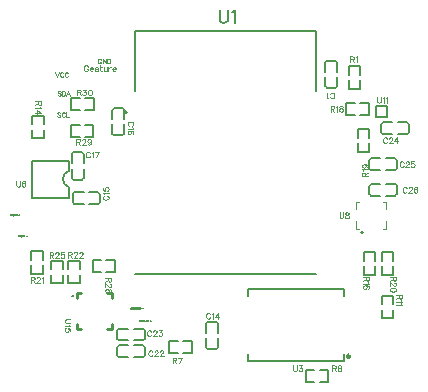
<source format=gto>
G04 Layer: TopSilkscreenLayer*
G04 EasyEDA v6.4.31, 2022-02-15 11:42:09*
G04 cf861d6554b0406c859822548a314204,c17a8ced473b4d519dda31697e0e54b6,10*
G04 Gerber Generator version 0.2*
G04 Scale: 100 percent, Rotated: No, Reflected: No *
G04 Dimensions in inches *
G04 leading zeros omitted , absolute positions ,3 integer and 6 decimal *
%FSLAX36Y36*%
%MOIN*%

%ADD11C,0.0100*%
%ADD18C,0.0098*%
%ADD72C,0.0060*%
%ADD73C,0.0059*%
%ADD74C,0.0050*%
%ADD75C,0.0039*%
%ADD76C,0.0079*%
%ADD77C,0.0010*%
%ADD78C,0.0040*%

%LPD*%
D75*
X24599Y516500D02*
G01*
X30299Y501399D01*
X36099Y516500D02*
G01*
X30299Y501399D01*
X51499Y512899D02*
G01*
X50799Y514299D01*
X49399Y515700D01*
X47899Y516500D01*
X45099Y516500D01*
X43599Y515700D01*
X42199Y514299D01*
X41499Y512899D01*
X40799Y510700D01*
X40799Y507199D01*
X41499Y505000D01*
X42199Y503600D01*
X43599Y502100D01*
X45099Y501399D01*
X47899Y501399D01*
X49399Y502100D01*
X50799Y503600D01*
X51499Y505000D01*
X66999Y512899D02*
G01*
X66299Y514299D01*
X64799Y515700D01*
X63399Y516500D01*
X60499Y516500D01*
X59099Y515700D01*
X57699Y514299D01*
X56999Y512899D01*
X56199Y510700D01*
X56199Y507199D01*
X56999Y505000D01*
X57699Y503600D01*
X59099Y502100D01*
X60499Y501399D01*
X63399Y501399D01*
X64799Y502100D01*
X66299Y503600D01*
X66999Y505000D01*
X177489Y558460D02*
G01*
X176789Y559859D01*
X175389Y561260D01*
X173989Y561959D01*
X171089Y561959D01*
X169689Y561260D01*
X168189Y559859D01*
X167489Y558460D01*
X166789Y556260D01*
X166789Y552660D01*
X167489Y550560D01*
X168189Y549160D01*
X169689Y547660D01*
X171089Y546959D01*
X173989Y546959D01*
X175389Y547660D01*
X176789Y549160D01*
X177489Y550560D01*
X177489Y552660D01*
X173989Y552660D02*
G01*
X177489Y552660D01*
X182289Y561959D02*
G01*
X182289Y546959D01*
X182289Y561959D02*
G01*
X192289Y546959D01*
X192289Y561959D02*
G01*
X192289Y546959D01*
X196989Y561959D02*
G01*
X196989Y546959D01*
X196989Y561959D02*
G01*
X201989Y561959D01*
X204189Y561260D01*
X205589Y559859D01*
X206289Y558460D01*
X206989Y556260D01*
X206989Y552660D01*
X206289Y550560D01*
X205589Y549160D01*
X204189Y547660D01*
X201989Y546959D01*
X196989Y546959D01*
X42500Y452199D02*
G01*
X41099Y453699D01*
X38899Y454400D01*
X36099Y454400D01*
X33899Y453699D01*
X32500Y452199D01*
X32500Y450799D01*
X33199Y449400D01*
X33899Y448699D01*
X35399Y447899D01*
X39699Y446500D01*
X41099Y445799D01*
X41799Y445100D01*
X42500Y443699D01*
X42500Y441500D01*
X41099Y440100D01*
X38899Y439400D01*
X36099Y439400D01*
X33899Y440100D01*
X32500Y441500D01*
X47199Y454400D02*
G01*
X47199Y439400D01*
X47199Y454400D02*
G01*
X52299Y454400D01*
X54399Y453699D01*
X55799Y452199D01*
X56599Y450799D01*
X57299Y448699D01*
X57299Y445100D01*
X56599Y442899D01*
X55799Y441500D01*
X54399Y440100D01*
X52299Y439400D01*
X47199Y439400D01*
X67699Y454400D02*
G01*
X61999Y439400D01*
X67699Y454400D02*
G01*
X73399Y439400D01*
X64099Y444400D02*
G01*
X71299Y444400D01*
X41499Y381199D02*
G01*
X40099Y382699D01*
X37899Y383400D01*
X35099Y383400D01*
X32899Y382699D01*
X31499Y381199D01*
X31499Y379800D01*
X32199Y378400D01*
X32899Y377699D01*
X34399Y376900D01*
X38699Y375500D01*
X40099Y374800D01*
X40799Y374099D01*
X41499Y372699D01*
X41499Y370500D01*
X40099Y369099D01*
X37899Y368400D01*
X35099Y368400D01*
X32899Y369099D01*
X31499Y370500D01*
X56999Y379800D02*
G01*
X56299Y381199D01*
X54799Y382699D01*
X53399Y383400D01*
X50499Y383400D01*
X49099Y382699D01*
X47699Y381199D01*
X46999Y379800D01*
X46199Y377699D01*
X46199Y374099D01*
X46999Y371900D01*
X47699Y370500D01*
X49099Y369099D01*
X50499Y368400D01*
X53399Y368400D01*
X54799Y369099D01*
X56299Y370500D01*
X56999Y371900D01*
X61699Y383400D02*
G01*
X61699Y368400D01*
X61699Y368400D02*
G01*
X70299Y368400D01*
D77*
X306199Y-309400D02*
G01*
X305699Y-309000D01*
X305000Y-308800D01*
X304099Y-308800D01*
X303499Y-309000D01*
X302999Y-309400D01*
X302999Y-309899D01*
X303199Y-310300D01*
X303499Y-310599D01*
X303899Y-310799D01*
X305299Y-311300D01*
X305699Y-311500D01*
X305999Y-311700D01*
X306199Y-312199D01*
X306199Y-312800D01*
X305699Y-313299D01*
X305000Y-313499D01*
X304099Y-313499D01*
X303499Y-313299D01*
X302999Y-312800D01*
X307699Y-308800D02*
G01*
X307699Y-313499D01*
X307699Y-308800D02*
G01*
X309699Y-308800D01*
X310399Y-309000D01*
X310599Y-309200D01*
X310899Y-309699D01*
X310899Y-310300D01*
X310599Y-310799D01*
X310399Y-310999D01*
X309699Y-311300D01*
X307699Y-311300D01*
X312399Y-308800D02*
G01*
X312399Y-313499D01*
X312399Y-308800D02*
G01*
X315299Y-308800D01*
X312399Y-310999D02*
G01*
X314199Y-310999D01*
X312399Y-313499D02*
G01*
X315299Y-313499D01*
X318599Y-308800D02*
G01*
X316799Y-313499D01*
X318599Y-308800D02*
G01*
X320499Y-313499D01*
X317500Y-311900D02*
G01*
X319799Y-311900D01*
X321999Y-308800D02*
G01*
X321999Y-313499D01*
X325099Y-308800D02*
G01*
X321999Y-311900D01*
X323099Y-310799D02*
G01*
X325099Y-313499D01*
X326599Y-308800D02*
G01*
X326599Y-313499D01*
X326599Y-308800D02*
G01*
X329599Y-308800D01*
X326599Y-310999D02*
G01*
X328499Y-310999D01*
X326599Y-313499D02*
G01*
X329599Y-313499D01*
X331099Y-308800D02*
G01*
X331099Y-313499D01*
X331099Y-308800D02*
G01*
X333099Y-308800D01*
X333799Y-309000D01*
X333999Y-309200D01*
X334299Y-309699D01*
X334299Y-310100D01*
X333999Y-310599D01*
X333799Y-310799D01*
X333099Y-310999D01*
X331099Y-310999D01*
X332699Y-310999D02*
G01*
X334299Y-313499D01*
X341299Y-309400D02*
G01*
X341299Y-313499D01*
X339299Y-311500D02*
G01*
X343399Y-311500D01*
X278299Y-267399D02*
G01*
X277799Y-266999D01*
X277099Y-266799D01*
X276199Y-266799D01*
X275599Y-266999D01*
X275099Y-267399D01*
X275099Y-267899D01*
X275299Y-268299D01*
X275599Y-268600D01*
X275999Y-268800D01*
X277399Y-269299D01*
X277799Y-269499D01*
X278099Y-269699D01*
X278299Y-270199D01*
X278299Y-270799D01*
X277799Y-271300D01*
X277099Y-271500D01*
X276199Y-271500D01*
X275599Y-271300D01*
X275099Y-270799D01*
X279799Y-266799D02*
G01*
X279799Y-271500D01*
X279799Y-266799D02*
G01*
X281799Y-266799D01*
X282500Y-266999D01*
X282699Y-267199D01*
X282999Y-267699D01*
X282999Y-268299D01*
X282699Y-268800D01*
X282500Y-269000D01*
X281799Y-269299D01*
X279799Y-269299D01*
X284499Y-266799D02*
G01*
X284499Y-271500D01*
X284499Y-266799D02*
G01*
X287399Y-266799D01*
X284499Y-269000D02*
G01*
X286299Y-269000D01*
X284499Y-271500D02*
G01*
X287399Y-271500D01*
X290699Y-266799D02*
G01*
X288899Y-271500D01*
X290699Y-266799D02*
G01*
X292599Y-271500D01*
X289599Y-269899D02*
G01*
X291899Y-269899D01*
X294099Y-266799D02*
G01*
X294099Y-271500D01*
X297199Y-266799D02*
G01*
X294099Y-269899D01*
X295199Y-268800D02*
G01*
X297199Y-271500D01*
X298699Y-266799D02*
G01*
X298699Y-271500D01*
X298699Y-266799D02*
G01*
X301699Y-266799D01*
X298699Y-269000D02*
G01*
X300599Y-269000D01*
X298699Y-271500D02*
G01*
X301699Y-271500D01*
X303199Y-266799D02*
G01*
X303199Y-271500D01*
X303199Y-266799D02*
G01*
X305199Y-266799D01*
X305899Y-266999D01*
X306099Y-267199D01*
X306399Y-267699D01*
X306399Y-268099D01*
X306099Y-268600D01*
X305899Y-268800D01*
X305199Y-269000D01*
X303199Y-269000D01*
X304799Y-269000D02*
G01*
X306399Y-271500D01*
X311399Y-269499D02*
G01*
X315499Y-269499D01*
X-125000Y45000D02*
G01*
X-125000Y40300D01*
X-121800Y45000D02*
G01*
X-121800Y40300D01*
X-125000Y42800D02*
G01*
X-121800Y42800D01*
X-117600Y43499D02*
G01*
X-117600Y40300D01*
X-117600Y42800D02*
G01*
X-118000Y43200D01*
X-118500Y43499D01*
X-119200Y43499D01*
X-119600Y43200D01*
X-120100Y42800D01*
X-120300Y42100D01*
X-120300Y41599D01*
X-120100Y40999D01*
X-119600Y40500D01*
X-119200Y40300D01*
X-118500Y40300D01*
X-118000Y40500D01*
X-117600Y40999D01*
X-116100Y43499D02*
G01*
X-116100Y38699D01*
X-116100Y42800D02*
G01*
X-115600Y43200D01*
X-115200Y43499D01*
X-114500Y43499D01*
X-114000Y43200D01*
X-113600Y42800D01*
X-113400Y42100D01*
X-113400Y41599D01*
X-113600Y40999D01*
X-114000Y40500D01*
X-114500Y40300D01*
X-115200Y40300D01*
X-115600Y40500D01*
X-116100Y40999D01*
X-111200Y45000D02*
G01*
X-111200Y41199D01*
X-111000Y40500D01*
X-110500Y40300D01*
X-110000Y40300D01*
X-111900Y43499D02*
G01*
X-110300Y43499D01*
X-108500Y45000D02*
G01*
X-108300Y44800D01*
X-108100Y45000D01*
X-108300Y45300D01*
X-108500Y45000D01*
X-108300Y43499D02*
G01*
X-108300Y40300D01*
X-103900Y42800D02*
G01*
X-104300Y43200D01*
X-104800Y43499D01*
X-105500Y43499D01*
X-105900Y43200D01*
X-106400Y42800D01*
X-106600Y42100D01*
X-106600Y41599D01*
X-106400Y40999D01*
X-105900Y40500D01*
X-105500Y40300D01*
X-104800Y40300D01*
X-104300Y40500D01*
X-103900Y40999D01*
X-96800Y44400D02*
G01*
X-96800Y40300D01*
X-98900Y42300D02*
G01*
X-94800Y42300D01*
X-100000Y-25000D02*
G01*
X-100000Y-29699D01*
X-96800Y-25000D02*
G01*
X-96800Y-29699D01*
X-100000Y-27199D02*
G01*
X-96800Y-27199D01*
X-92600Y-26500D02*
G01*
X-92600Y-29699D01*
X-92600Y-27199D02*
G01*
X-93000Y-26799D01*
X-93500Y-26500D01*
X-94200Y-26500D01*
X-94600Y-26799D01*
X-95100Y-27199D01*
X-95300Y-27899D01*
X-95300Y-28400D01*
X-95100Y-29000D01*
X-94600Y-29499D01*
X-94200Y-29699D01*
X-93500Y-29699D01*
X-93000Y-29499D01*
X-92600Y-29000D01*
X-91100Y-26500D02*
G01*
X-91100Y-31300D01*
X-91100Y-27199D02*
G01*
X-90600Y-26799D01*
X-90200Y-26500D01*
X-89500Y-26500D01*
X-89000Y-26799D01*
X-88600Y-27199D01*
X-88400Y-27899D01*
X-88400Y-28400D01*
X-88600Y-29000D01*
X-89000Y-29499D01*
X-89500Y-29699D01*
X-90200Y-29699D01*
X-90600Y-29499D01*
X-91100Y-29000D01*
X-86200Y-25000D02*
G01*
X-86200Y-28800D01*
X-86000Y-29499D01*
X-85500Y-29699D01*
X-85000Y-29699D01*
X-86900Y-26500D02*
G01*
X-85300Y-26500D01*
X-83500Y-25000D02*
G01*
X-83300Y-25199D01*
X-83100Y-25000D01*
X-83300Y-24699D01*
X-83500Y-25000D01*
X-83300Y-26500D02*
G01*
X-83300Y-29699D01*
X-78900Y-27199D02*
G01*
X-79300Y-26799D01*
X-79800Y-26500D01*
X-80500Y-26500D01*
X-80900Y-26799D01*
X-81400Y-27199D01*
X-81600Y-27899D01*
X-81600Y-28400D01*
X-81400Y-29000D01*
X-80900Y-29499D01*
X-80500Y-29699D01*
X-79800Y-29699D01*
X-79300Y-29499D01*
X-78900Y-29000D01*
X-73900Y-27699D02*
G01*
X-69800Y-27699D01*
D75*
X133589Y535659D02*
G01*
X132689Y537460D01*
X130889Y539259D01*
X129089Y540160D01*
X125489Y540160D01*
X123589Y539259D01*
X121789Y537460D01*
X120889Y535659D01*
X119989Y532860D01*
X119989Y528359D01*
X120889Y525659D01*
X121789Y523859D01*
X123589Y521959D01*
X125489Y521060D01*
X129089Y521060D01*
X130889Y521959D01*
X132689Y523859D01*
X133589Y525659D01*
X133589Y528359D01*
X129089Y528359D02*
G01*
X133589Y528359D01*
X139589Y528359D02*
G01*
X150589Y528359D01*
X150589Y530160D01*
X149589Y531959D01*
X148689Y532860D01*
X146889Y533859D01*
X144189Y533859D01*
X142389Y532860D01*
X140589Y531060D01*
X139589Y528359D01*
X139589Y526559D01*
X140589Y523859D01*
X142389Y521959D01*
X144189Y521060D01*
X146889Y521060D01*
X148689Y521959D01*
X150589Y523859D01*
X166589Y531060D02*
G01*
X165589Y532860D01*
X162889Y533859D01*
X160189Y533859D01*
X157489Y532860D01*
X156589Y531060D01*
X157489Y529259D01*
X159289Y528359D01*
X163789Y527460D01*
X165589Y526559D01*
X166589Y524760D01*
X166589Y523859D01*
X165589Y521959D01*
X162889Y521060D01*
X160189Y521060D01*
X157489Y521959D01*
X156589Y523859D01*
X175289Y540160D02*
G01*
X175289Y524760D01*
X176189Y521959D01*
X177989Y521060D01*
X179789Y521060D01*
X172590Y533859D02*
G01*
X178889Y533859D01*
X185789Y533859D02*
G01*
X185789Y524760D01*
X186689Y521959D01*
X188589Y521060D01*
X191289Y521060D01*
X193089Y521959D01*
X195789Y524760D01*
X195789Y533859D02*
G01*
X195789Y521060D01*
X201789Y533859D02*
G01*
X201789Y521060D01*
X201789Y528359D02*
G01*
X202689Y531060D01*
X204589Y532860D01*
X206389Y533859D01*
X209089Y533859D01*
X215090Y528359D02*
G01*
X225989Y528359D01*
X225989Y530160D01*
X225090Y531959D01*
X224189Y532860D01*
X222389Y533859D01*
X219589Y533859D01*
X217789Y532860D01*
X215989Y531060D01*
X215090Y528359D01*
X215090Y526559D01*
X215989Y523859D01*
X217789Y521959D01*
X219589Y521060D01*
X222389Y521060D01*
X224189Y521959D01*
X225989Y523859D01*
X942299Y404899D02*
G01*
X942299Y386100D01*
X942299Y404899D02*
G01*
X950399Y404899D01*
X952999Y404000D01*
X953899Y403099D01*
X954799Y401300D01*
X954799Y399499D01*
X953899Y397699D01*
X952999Y396799D01*
X950399Y395900D01*
X942299Y395900D01*
X948599Y395900D02*
G01*
X954799Y386100D01*
X960699Y401300D02*
G01*
X962500Y402199D01*
X965199Y404899D01*
X965199Y386100D01*
X975599Y404899D02*
G01*
X972899Y404000D01*
X971999Y402199D01*
X971999Y400399D01*
X972899Y398600D01*
X974699Y397699D01*
X978299Y396799D01*
X980999Y395900D01*
X982699Y394099D01*
X983599Y392300D01*
X983599Y389699D01*
X982699Y387899D01*
X981799Y386999D01*
X979199Y386100D01*
X975599Y386100D01*
X972899Y386999D01*
X971999Y387899D01*
X971099Y389699D01*
X971099Y392300D01*
X971999Y394099D01*
X973799Y395900D01*
X976499Y396799D01*
X980099Y397699D01*
X981799Y398600D01*
X982699Y400399D01*
X982699Y402199D01*
X981799Y404000D01*
X979199Y404899D01*
X975599Y404899D01*
X1047399Y170000D02*
G01*
X1066199Y170000D01*
X1047399Y170000D02*
G01*
X1047399Y178099D01*
X1048299Y180700D01*
X1049199Y181599D01*
X1050999Y182500D01*
X1052799Y182500D01*
X1054599Y181599D01*
X1055499Y180700D01*
X1056399Y178099D01*
X1056399Y170000D01*
X1056399Y176300D02*
G01*
X1066199Y182500D01*
X1050999Y188400D02*
G01*
X1050099Y190199D01*
X1047399Y192899D01*
X1066199Y192899D01*
X1053699Y210399D02*
G01*
X1056399Y209499D01*
X1058199Y207800D01*
X1059099Y205100D01*
X1059099Y204200D01*
X1058199Y201500D01*
X1056399Y199699D01*
X1053699Y198800D01*
X1052799Y198800D01*
X1050099Y199699D01*
X1048299Y201500D01*
X1047399Y204200D01*
X1047399Y205100D01*
X1048299Y207800D01*
X1050099Y209499D01*
X1053699Y210399D01*
X1058199Y210399D01*
X1062599Y209499D01*
X1065299Y207800D01*
X1066199Y205100D01*
X1066199Y203299D01*
X1065299Y200599D01*
X1063499Y199699D01*
D78*
X94599Y294499D02*
G01*
X94599Y275399D01*
X94599Y294499D02*
G01*
X102799Y294499D01*
X105499Y293600D01*
X106399Y292699D01*
X107299Y290799D01*
X107299Y289000D01*
X106399Y287199D01*
X105499Y286300D01*
X102799Y285399D01*
X94599Y285399D01*
X100999Y285399D02*
G01*
X107299Y275399D01*
X114199Y289899D02*
G01*
X114199Y290799D01*
X115099Y292699D01*
X116099Y293600D01*
X117899Y294499D01*
X121499Y294499D01*
X123299Y293600D01*
X124199Y292699D01*
X125099Y290799D01*
X125099Y289000D01*
X124199Y287199D01*
X122399Y284499D01*
X113299Y275399D01*
X126099Y275399D01*
X143899Y288099D02*
G01*
X142999Y285399D01*
X141099Y283600D01*
X138399Y282699D01*
X137500Y282699D01*
X134799Y283600D01*
X132999Y285399D01*
X132099Y288099D01*
X132099Y289000D01*
X132999Y291799D01*
X134799Y293600D01*
X137500Y294499D01*
X138399Y294499D01*
X141099Y293600D01*
X142999Y291799D01*
X143899Y288099D01*
X143899Y283600D01*
X142999Y279000D01*
X141099Y276300D01*
X138399Y275399D01*
X136599Y275399D01*
X133899Y276300D01*
X132999Y278099D01*
X96499Y459400D02*
G01*
X96499Y440300D01*
X96499Y459400D02*
G01*
X104699Y459400D01*
X107399Y458499D01*
X108299Y457600D01*
X109199Y455700D01*
X109199Y453899D01*
X108299Y452100D01*
X107399Y451199D01*
X104699Y450300D01*
X96499Y450300D01*
X102899Y450300D02*
G01*
X109199Y440300D01*
X116999Y459400D02*
G01*
X126999Y459400D01*
X121599Y452100D01*
X124299Y452100D01*
X126099Y451199D01*
X126999Y450300D01*
X127999Y447600D01*
X127999Y445700D01*
X126999Y443000D01*
X125199Y441199D01*
X122500Y440300D01*
X119799Y440300D01*
X116999Y441199D01*
X116099Y442100D01*
X115199Y443899D01*
X139399Y459400D02*
G01*
X136699Y458499D01*
X134899Y455700D01*
X133999Y451199D01*
X133999Y448499D01*
X134899Y443899D01*
X136699Y441199D01*
X139399Y440300D01*
X141199Y440300D01*
X143999Y441199D01*
X145799Y443899D01*
X146699Y448499D01*
X146699Y451199D01*
X145799Y455700D01*
X143999Y458499D01*
X141199Y459400D01*
X139399Y459400D01*
X210899Y-168000D02*
G01*
X191799Y-168000D01*
X210899Y-168000D02*
G01*
X210899Y-176199D01*
X210000Y-178899D01*
X209099Y-179800D01*
X207199Y-180700D01*
X205399Y-180700D01*
X203599Y-179800D01*
X202699Y-178899D01*
X201799Y-176199D01*
X201799Y-168000D01*
X201799Y-174400D02*
G01*
X191799Y-180700D01*
X206299Y-187600D02*
G01*
X207199Y-187600D01*
X209099Y-188499D01*
X210000Y-189499D01*
X210899Y-191300D01*
X210899Y-194899D01*
X210000Y-196700D01*
X209099Y-197600D01*
X207199Y-198499D01*
X205399Y-198499D01*
X203599Y-197600D01*
X200899Y-195799D01*
X191799Y-186700D01*
X191799Y-199499D01*
X210899Y-210000D02*
G01*
X210000Y-207300D01*
X208199Y-206399D01*
X206299Y-206399D01*
X204499Y-207300D01*
X203599Y-209099D01*
X202699Y-212699D01*
X201799Y-215500D01*
X200000Y-217300D01*
X198199Y-218200D01*
X195399Y-218200D01*
X193599Y-217300D01*
X192699Y-216399D01*
X191799Y-213600D01*
X191799Y-210000D01*
X192699Y-207300D01*
X193599Y-206399D01*
X195399Y-205500D01*
X198199Y-205500D01*
X200000Y-206399D01*
X201799Y-208200D01*
X202699Y-210900D01*
X203599Y-214499D01*
X204499Y-216399D01*
X206299Y-217300D01*
X208199Y-217300D01*
X210000Y-216399D01*
X210899Y-213600D01*
X210899Y-210000D01*
X75134Y-306765D02*
G01*
X61534Y-306765D01*
X58834Y-307665D01*
X57034Y-309564D01*
X56134Y-312265D01*
X56134Y-314065D01*
X57034Y-316765D01*
X58834Y-318665D01*
X61534Y-319564D01*
X75134Y-319564D01*
X71534Y-325565D02*
G01*
X72434Y-327364D01*
X75134Y-330064D01*
X56134Y-330064D01*
X75134Y-346965D02*
G01*
X75134Y-337865D01*
X67034Y-336965D01*
X67934Y-337865D01*
X68834Y-340664D01*
X68834Y-343364D01*
X67934Y-346064D01*
X66134Y-347865D01*
X63334Y-348764D01*
X61534Y-348764D01*
X58834Y-347865D01*
X57034Y-346064D01*
X56134Y-343364D01*
X56134Y-340664D01*
X57034Y-337865D01*
X57934Y-336965D01*
X59734Y-336064D01*
D75*
X280399Y339000D02*
G01*
X282199Y339899D01*
X283999Y341700D01*
X284899Y343499D01*
X284899Y346999D01*
X283999Y348800D01*
X282199Y350599D01*
X280399Y351500D01*
X277699Y352399D01*
X273199Y352399D01*
X270499Y351500D01*
X268799Y350599D01*
X266999Y348800D01*
X266099Y346999D01*
X266099Y343499D01*
X266999Y341700D01*
X268799Y339899D01*
X270499Y339000D01*
X281299Y333099D02*
G01*
X282199Y331300D01*
X284899Y328600D01*
X266099Y328600D01*
X282199Y311999D02*
G01*
X283999Y312899D01*
X284899Y315500D01*
X284899Y317300D01*
X283999Y320000D01*
X281299Y321799D01*
X276799Y322699D01*
X272299Y322699D01*
X268799Y321799D01*
X266999Y320000D01*
X266099Y317300D01*
X266099Y316399D01*
X266999Y313699D01*
X268799Y311999D01*
X271399Y311100D01*
X272299Y311100D01*
X275000Y311999D01*
X276799Y313699D01*
X277699Y316399D01*
X277699Y317300D01*
X276799Y320000D01*
X275000Y321799D01*
X272299Y322699D01*
X415799Y-434135D02*
G01*
X415799Y-452926D01*
X415799Y-434135D02*
G01*
X423852Y-434135D01*
X426536Y-435030D01*
X427431Y-435925D01*
X428326Y-437714D01*
X428326Y-439504D01*
X427431Y-441293D01*
X426536Y-442188D01*
X423852Y-443083D01*
X415799Y-443083D01*
X422062Y-443083D02*
G01*
X428326Y-452926D01*
X446758Y-434135D02*
G01*
X437810Y-452926D01*
X434231Y-434135D02*
G01*
X446758Y-434135D01*
X947299Y-460136D02*
G01*
X947299Y-478926D01*
X947299Y-460136D02*
G01*
X955352Y-460136D01*
X958036Y-461030D01*
X958931Y-461925D01*
X959826Y-463715D01*
X959826Y-465504D01*
X958931Y-467294D01*
X958036Y-468189D01*
X955352Y-469083D01*
X947299Y-469083D01*
X953562Y-469083D02*
G01*
X959826Y-478926D01*
X970205Y-460136D02*
G01*
X967521Y-461030D01*
X966626Y-462820D01*
X966626Y-464609D01*
X967521Y-466399D01*
X969310Y-467294D01*
X972890Y-468189D01*
X975574Y-469083D01*
X977363Y-470873D01*
X978258Y-472662D01*
X978258Y-475347D01*
X977363Y-477136D01*
X976469Y-478031D01*
X973784Y-478926D01*
X970205Y-478926D01*
X967521Y-478031D01*
X966626Y-477136D01*
X965731Y-475347D01*
X965731Y-472662D01*
X966626Y-470873D01*
X968416Y-469083D01*
X971100Y-468189D01*
X974679Y-467294D01*
X976469Y-466399D01*
X977363Y-464609D01*
X977363Y-462820D01*
X976469Y-461030D01*
X973784Y-460136D01*
X970205Y-460136D01*
X-105005Y154819D02*
G01*
X-105005Y141419D01*
X-104105Y138719D01*
X-102305Y136920D01*
X-99605Y136120D01*
X-97805Y136120D01*
X-95205Y136920D01*
X-93405Y138719D01*
X-92505Y141419D01*
X-92505Y154819D01*
X-75805Y152220D02*
G01*
X-76705Y153919D01*
X-79405Y154819D01*
X-81204Y154819D01*
X-83905Y153919D01*
X-85705Y151320D01*
X-86605Y146819D01*
X-86605Y142319D01*
X-85705Y138719D01*
X-83905Y136920D01*
X-81204Y136120D01*
X-80305Y136120D01*
X-77605Y136920D01*
X-75805Y138719D01*
X-74905Y141419D01*
X-74905Y142319D01*
X-75805Y145019D01*
X-77605Y146819D01*
X-80305Y147719D01*
X-81204Y147719D01*
X-83905Y146819D01*
X-85705Y145019D01*
X-86605Y142319D01*
X941599Y434600D02*
G01*
X942500Y432800D01*
X944299Y430999D01*
X946099Y430100D01*
X949599Y430100D01*
X951399Y430999D01*
X953199Y432800D01*
X954099Y434600D01*
X955000Y437300D01*
X955000Y441799D01*
X954099Y444499D01*
X953199Y446199D01*
X951399Y448000D01*
X949599Y448899D01*
X946099Y448899D01*
X944299Y448000D01*
X942500Y446199D01*
X941599Y444499D01*
X935699Y433699D02*
G01*
X933899Y432800D01*
X931199Y430100D01*
X931199Y448899D01*
X540699Y-289600D02*
G01*
X539799Y-287800D01*
X537999Y-285999D01*
X536199Y-285100D01*
X532699Y-285100D01*
X530899Y-285999D01*
X529099Y-287800D01*
X528199Y-289600D01*
X527299Y-292300D01*
X527299Y-296799D01*
X528199Y-299499D01*
X529099Y-301199D01*
X530899Y-303000D01*
X532699Y-303899D01*
X536199Y-303899D01*
X537999Y-303000D01*
X539799Y-301199D01*
X540699Y-299499D01*
X546599Y-288699D02*
G01*
X548399Y-287800D01*
X551099Y-285100D01*
X551099Y-303899D01*
X565999Y-285100D02*
G01*
X556999Y-297699D01*
X570399Y-297699D01*
X565999Y-285100D02*
G01*
X565999Y-303899D01*
X187899Y105399D02*
G01*
X186099Y104499D01*
X184299Y102699D01*
X183399Y100900D01*
X183399Y97399D01*
X184299Y95599D01*
X186099Y93800D01*
X187899Y92899D01*
X190599Y91999D01*
X195099Y91999D01*
X197799Y92899D01*
X199499Y93800D01*
X201299Y95599D01*
X202199Y97399D01*
X202199Y100900D01*
X201299Y102699D01*
X199499Y104499D01*
X197799Y105399D01*
X186999Y111300D02*
G01*
X186099Y113099D01*
X183399Y115799D01*
X202199Y115799D01*
X183399Y132399D02*
G01*
X183399Y123499D01*
X191499Y122600D01*
X190599Y123499D01*
X189699Y126199D01*
X189699Y128899D01*
X190599Y131500D01*
X192399Y133299D01*
X195099Y134200D01*
X196899Y134200D01*
X199499Y133299D01*
X201299Y131500D01*
X202199Y128899D01*
X202199Y126199D01*
X201299Y123499D01*
X200399Y122600D01*
X198599Y121700D01*
X140065Y247611D02*
G01*
X139165Y249412D01*
X137365Y251212D01*
X135565Y252112D01*
X132065Y252112D01*
X130265Y251212D01*
X128465Y249412D01*
X127565Y247611D01*
X126665Y244911D01*
X126665Y240412D01*
X127565Y237712D01*
X128465Y236012D01*
X130265Y234212D01*
X132065Y233312D01*
X135565Y233312D01*
X137365Y234212D01*
X139165Y236012D01*
X140065Y237712D01*
X145965Y248512D02*
G01*
X147765Y249412D01*
X150465Y252112D01*
X150465Y233312D01*
X168865Y252112D02*
G01*
X159965Y233312D01*
X156365Y252112D02*
G01*
X168865Y252112D01*
X1179899Y-225000D02*
G01*
X1161099Y-225000D01*
X1179899Y-225000D02*
G01*
X1179899Y-233099D01*
X1178999Y-235700D01*
X1178099Y-236599D01*
X1176299Y-237500D01*
X1174499Y-237500D01*
X1172699Y-236599D01*
X1171799Y-235700D01*
X1170899Y-233099D01*
X1170899Y-225000D01*
X1170899Y-231300D02*
G01*
X1161099Y-237500D01*
X1176299Y-243400D02*
G01*
X1177199Y-245199D01*
X1179899Y-247899D01*
X1161099Y-247899D01*
X1176299Y-253800D02*
G01*
X1177199Y-255599D01*
X1179899Y-258299D01*
X1161099Y-258299D01*
X-22800Y420000D02*
G01*
X-41600Y420000D01*
X-22800Y420000D02*
G01*
X-22800Y411900D01*
X-23700Y409299D01*
X-24600Y408400D01*
X-26400Y407500D01*
X-28200Y407500D01*
X-30000Y408400D01*
X-30900Y409299D01*
X-31800Y411900D01*
X-31800Y420000D01*
X-31800Y413699D02*
G01*
X-41600Y407500D01*
X-26400Y401599D02*
G01*
X-25500Y399800D01*
X-22800Y397100D01*
X-41600Y397100D01*
X-22800Y382199D02*
G01*
X-35400Y391199D01*
X-35400Y377800D01*
X-22800Y382199D02*
G01*
X-41600Y382199D01*
X1185699Y215399D02*
G01*
X1184799Y217199D01*
X1182999Y219000D01*
X1181199Y219899D01*
X1177699Y219899D01*
X1175899Y219000D01*
X1174099Y217199D01*
X1173199Y215399D01*
X1172299Y212699D01*
X1172299Y208200D01*
X1173199Y205500D01*
X1174099Y203800D01*
X1175899Y201999D01*
X1177699Y201100D01*
X1181199Y201100D01*
X1182999Y201999D01*
X1184799Y203800D01*
X1185699Y205500D01*
X1192500Y215399D02*
G01*
X1192500Y216300D01*
X1193399Y218099D01*
X1194299Y219000D01*
X1196099Y219899D01*
X1199699Y219899D01*
X1201499Y219000D01*
X1202399Y218099D01*
X1203299Y216300D01*
X1203299Y214499D01*
X1202399Y212699D01*
X1200599Y210000D01*
X1191599Y201100D01*
X1204199Y201100D01*
X1220799Y219899D02*
G01*
X1211799Y219899D01*
X1210999Y211799D01*
X1211799Y212699D01*
X1214499Y213600D01*
X1217199Y213600D01*
X1219899Y212699D01*
X1221699Y210900D01*
X1222599Y208200D01*
X1222599Y206399D01*
X1221699Y203800D01*
X1219899Y201999D01*
X1217199Y201100D01*
X1214499Y201100D01*
X1211799Y201999D01*
X1210999Y202899D01*
X1210099Y204699D01*
X1195699Y130399D02*
G01*
X1194799Y132199D01*
X1192999Y134000D01*
X1191199Y134899D01*
X1187699Y134899D01*
X1185899Y134000D01*
X1184099Y132199D01*
X1183199Y130399D01*
X1182299Y127699D01*
X1182299Y123200D01*
X1183199Y120500D01*
X1184099Y118800D01*
X1185899Y116999D01*
X1187699Y116100D01*
X1191199Y116100D01*
X1192999Y116999D01*
X1194799Y118800D01*
X1195699Y120500D01*
X1202500Y130399D02*
G01*
X1202500Y131300D01*
X1203399Y133099D01*
X1204299Y134000D01*
X1206099Y134899D01*
X1209699Y134899D01*
X1211499Y134000D01*
X1212399Y133099D01*
X1213299Y131300D01*
X1213299Y129499D01*
X1212399Y127699D01*
X1210599Y125000D01*
X1201599Y116100D01*
X1214199Y116100D01*
X1230799Y132199D02*
G01*
X1229899Y134000D01*
X1227199Y134899D01*
X1225399Y134899D01*
X1222699Y134000D01*
X1220999Y131300D01*
X1220099Y126799D01*
X1220099Y122300D01*
X1220999Y118800D01*
X1222699Y116999D01*
X1225399Y116100D01*
X1226299Y116100D01*
X1228999Y116999D01*
X1230799Y118800D01*
X1231699Y121399D01*
X1231699Y122300D01*
X1230799Y125000D01*
X1228999Y126799D01*
X1226299Y127699D01*
X1225399Y127699D01*
X1222699Y126799D01*
X1220999Y125000D01*
X1220099Y122300D01*
X1130699Y295399D02*
G01*
X1129799Y297199D01*
X1127999Y299000D01*
X1126199Y299899D01*
X1122699Y299899D01*
X1120899Y299000D01*
X1119099Y297199D01*
X1118199Y295399D01*
X1117299Y292699D01*
X1117299Y288200D01*
X1118199Y285500D01*
X1119099Y283800D01*
X1120899Y281999D01*
X1122699Y281100D01*
X1126199Y281100D01*
X1127999Y281999D01*
X1129799Y283800D01*
X1130699Y285500D01*
X1137500Y295399D02*
G01*
X1137500Y296300D01*
X1138399Y298099D01*
X1139299Y299000D01*
X1141099Y299899D01*
X1144699Y299899D01*
X1146499Y299000D01*
X1147399Y298099D01*
X1148299Y296300D01*
X1148299Y294499D01*
X1147399Y292699D01*
X1145599Y290000D01*
X1136599Y281100D01*
X1149199Y281100D01*
X1163999Y299899D02*
G01*
X1155099Y287300D01*
X1168499Y287300D01*
X1163999Y299899D02*
G01*
X1163999Y281100D01*
X1007299Y569899D02*
G01*
X1007299Y551100D01*
X1007299Y569899D02*
G01*
X1015399Y569899D01*
X1017999Y569000D01*
X1018899Y568099D01*
X1019799Y566300D01*
X1019799Y564499D01*
X1018899Y562699D01*
X1017999Y561799D01*
X1015399Y560900D01*
X1007299Y560900D01*
X1013599Y560900D02*
G01*
X1019799Y551100D01*
X1025699Y566300D02*
G01*
X1027500Y567199D01*
X1030199Y569899D01*
X1030199Y551100D01*
X1069899Y-165000D02*
G01*
X1051099Y-165000D01*
X1069899Y-165000D02*
G01*
X1069899Y-173099D01*
X1068999Y-175700D01*
X1068099Y-176599D01*
X1066299Y-177500D01*
X1064499Y-177500D01*
X1062699Y-176599D01*
X1061799Y-175700D01*
X1060899Y-173099D01*
X1060899Y-165000D01*
X1060899Y-171300D02*
G01*
X1051099Y-177500D01*
X1066299Y-183400D02*
G01*
X1067199Y-185199D01*
X1069899Y-187899D01*
X1051099Y-187899D01*
X1067199Y-204499D02*
G01*
X1068999Y-203699D01*
X1069899Y-200999D01*
X1069899Y-199200D01*
X1068999Y-196500D01*
X1066299Y-194699D01*
X1061799Y-193800D01*
X1057299Y-193800D01*
X1053799Y-194699D01*
X1051999Y-196500D01*
X1051099Y-199200D01*
X1051099Y-200100D01*
X1051999Y-202800D01*
X1053799Y-204499D01*
X1056399Y-205399D01*
X1057299Y-205399D01*
X1060000Y-204499D01*
X1061799Y-202800D01*
X1062699Y-200100D01*
X1062699Y-199200D01*
X1061799Y-196500D01*
X1060000Y-194699D01*
X1057299Y-193800D01*
X1159899Y-165000D02*
G01*
X1141099Y-165000D01*
X1159899Y-165000D02*
G01*
X1159899Y-173099D01*
X1158999Y-175700D01*
X1158099Y-176599D01*
X1156299Y-177500D01*
X1154499Y-177500D01*
X1152699Y-176599D01*
X1151799Y-175700D01*
X1150899Y-173099D01*
X1150899Y-165000D01*
X1150899Y-171300D02*
G01*
X1141099Y-177500D01*
X1155399Y-184299D02*
G01*
X1156299Y-184299D01*
X1158099Y-185199D01*
X1158999Y-186100D01*
X1159899Y-187899D01*
X1159899Y-191500D01*
X1158999Y-193299D01*
X1158099Y-194200D01*
X1156299Y-195100D01*
X1154499Y-195100D01*
X1152699Y-194200D01*
X1150000Y-192399D01*
X1141099Y-183400D01*
X1141099Y-195999D01*
X1159899Y-207199D02*
G01*
X1158999Y-204499D01*
X1156299Y-202800D01*
X1151799Y-201900D01*
X1149099Y-201900D01*
X1144699Y-202800D01*
X1141999Y-204499D01*
X1141099Y-207199D01*
X1141099Y-209000D01*
X1141999Y-211700D01*
X1144699Y-213499D01*
X1149099Y-214400D01*
X1151799Y-214400D01*
X1156299Y-213499D01*
X1158999Y-211700D01*
X1159899Y-209000D01*
X1159899Y-207199D01*
D72*
X572299Y725399D02*
G01*
X572299Y694699D01*
X574299Y688600D01*
X578399Y684499D01*
X584599Y682500D01*
X588699Y682500D01*
X594799Y684499D01*
X598899Y688600D01*
X600899Y694699D01*
X600899Y725399D01*
X614399Y717199D02*
G01*
X618499Y719299D01*
X624699Y725399D01*
X624699Y682500D01*
D75*
X817304Y-460100D02*
G01*
X817304Y-473600D01*
X818204Y-476199D01*
X820004Y-478000D01*
X822704Y-478899D01*
X824504Y-478899D01*
X827104Y-478000D01*
X828904Y-476199D01*
X829804Y-473600D01*
X829804Y-460100D01*
X837504Y-460100D02*
G01*
X847404Y-460100D01*
X842004Y-467300D01*
X844704Y-467300D01*
X846504Y-468200D01*
X847404Y-469099D01*
X848304Y-471799D01*
X848304Y-473600D01*
X847404Y-476199D01*
X845604Y-478000D01*
X842904Y-478899D01*
X840204Y-478899D01*
X837504Y-478000D01*
X836604Y-477100D01*
X835704Y-475300D01*
X972259Y49819D02*
G01*
X972259Y36419D01*
X973159Y33719D01*
X974959Y31920D01*
X977659Y31120D01*
X979459Y31120D01*
X982159Y31920D01*
X983959Y33719D01*
X984859Y36419D01*
X984859Y49819D01*
X995159Y49819D02*
G01*
X992559Y48919D01*
X991659Y47220D01*
X991659Y45419D01*
X992559Y43620D01*
X994359Y42719D01*
X997859Y41819D01*
X1000559Y40920D01*
X1002359Y39119D01*
X1003259Y37319D01*
X1003259Y34619D01*
X1002359Y32820D01*
X1001459Y31920D01*
X998759Y31120D01*
X995159Y31120D01*
X992559Y31920D01*
X991659Y32820D01*
X990759Y34619D01*
X990759Y37319D01*
X991659Y39119D01*
X993459Y40920D01*
X996059Y41819D01*
X999659Y42719D01*
X1001459Y43620D01*
X1002359Y45419D01*
X1002359Y47220D01*
X1001459Y48919D01*
X998759Y49819D01*
X995159Y49819D01*
X1097289Y434890D02*
G01*
X1097289Y421489D01*
X1098189Y418789D01*
X1099989Y416990D01*
X1102689Y416089D01*
X1104489Y416089D01*
X1107189Y416990D01*
X1108889Y418789D01*
X1109789Y421489D01*
X1109789Y434890D01*
X1115689Y431289D02*
G01*
X1117489Y432190D01*
X1120189Y434890D01*
X1120189Y416089D01*
X1126089Y431289D02*
G01*
X1127889Y432190D01*
X1130589Y434890D01*
X1130589Y416089D01*
X5799Y-83099D02*
G01*
X5799Y-101900D01*
X5799Y-83099D02*
G01*
X13899Y-83099D01*
X16499Y-84000D01*
X17399Y-84899D01*
X18299Y-86700D01*
X18299Y-88499D01*
X17399Y-90300D01*
X16499Y-91199D01*
X13899Y-92100D01*
X5799Y-92100D01*
X12099Y-92100D02*
G01*
X18299Y-101900D01*
X25099Y-87600D02*
G01*
X25099Y-86700D01*
X25999Y-84899D01*
X26899Y-84000D01*
X28699Y-83099D01*
X32299Y-83099D01*
X34099Y-84000D01*
X35000Y-84899D01*
X35899Y-86700D01*
X35899Y-88499D01*
X35000Y-90300D01*
X33199Y-93000D01*
X24199Y-101900D01*
X36799Y-101900D01*
X53399Y-83099D02*
G01*
X44499Y-83099D01*
X43599Y-91199D01*
X44499Y-90300D01*
X47099Y-89400D01*
X49799Y-89400D01*
X52500Y-90300D01*
X54299Y-92100D01*
X55199Y-94800D01*
X55199Y-96599D01*
X54299Y-99200D01*
X52500Y-100999D01*
X49799Y-101900D01*
X47099Y-101900D01*
X44499Y-100999D01*
X43599Y-100100D01*
X42699Y-98299D01*
X67299Y-82100D02*
G01*
X67299Y-100900D01*
X67299Y-82100D02*
G01*
X75399Y-82100D01*
X77999Y-83000D01*
X78899Y-83899D01*
X79799Y-85700D01*
X79799Y-87500D01*
X78899Y-89299D01*
X77999Y-90199D01*
X75399Y-91100D01*
X67299Y-91100D01*
X73599Y-91100D02*
G01*
X79799Y-100900D01*
X86599Y-86599D02*
G01*
X86599Y-85700D01*
X87500Y-83899D01*
X88399Y-83000D01*
X90199Y-82100D01*
X93799Y-82100D01*
X95599Y-83000D01*
X96499Y-83899D01*
X97399Y-85700D01*
X97399Y-87500D01*
X96499Y-89299D01*
X94699Y-91999D01*
X85699Y-100900D01*
X98299Y-100900D01*
X105099Y-86599D02*
G01*
X105099Y-85700D01*
X105999Y-83899D01*
X106799Y-83000D01*
X108599Y-82100D01*
X112199Y-82100D01*
X113999Y-83000D01*
X114899Y-83899D01*
X115799Y-85700D01*
X115799Y-87500D01*
X114899Y-89299D01*
X113099Y-91999D01*
X104199Y-100900D01*
X116699Y-100900D01*
X-56600Y-165500D02*
G01*
X-56600Y-184299D01*
X-56600Y-165500D02*
G01*
X-48500Y-165500D01*
X-45900Y-166399D01*
X-45000Y-167300D01*
X-44100Y-169099D01*
X-44100Y-170900D01*
X-45000Y-172699D01*
X-45900Y-173600D01*
X-48500Y-174499D01*
X-56600Y-174499D01*
X-50300Y-174499D02*
G01*
X-44100Y-184299D01*
X-37300Y-170000D02*
G01*
X-37300Y-169099D01*
X-36400Y-167300D01*
X-35500Y-166399D01*
X-33700Y-165500D01*
X-30100Y-165500D01*
X-28300Y-166399D01*
X-27400Y-167300D01*
X-26500Y-169099D01*
X-26500Y-170900D01*
X-27400Y-172699D01*
X-29200Y-175399D01*
X-38200Y-184299D01*
X-25600Y-184299D01*
X-19700Y-169099D02*
G01*
X-17900Y-168200D01*
X-15300Y-165500D01*
X-15300Y-184299D01*
X344599Y-347500D02*
G01*
X343699Y-345700D01*
X341899Y-343899D01*
X340099Y-343000D01*
X336599Y-343000D01*
X334799Y-343899D01*
X332999Y-345700D01*
X332099Y-347500D01*
X331199Y-350199D01*
X331199Y-354699D01*
X332099Y-357399D01*
X332999Y-359099D01*
X334799Y-360900D01*
X336599Y-361799D01*
X340099Y-361799D01*
X341899Y-360900D01*
X343699Y-359099D01*
X344599Y-357399D01*
X351399Y-347500D02*
G01*
X351399Y-346599D01*
X352299Y-344800D01*
X353199Y-343899D01*
X355000Y-343000D01*
X358599Y-343000D01*
X360399Y-343899D01*
X361299Y-344800D01*
X362199Y-346599D01*
X362199Y-348400D01*
X361299Y-350199D01*
X359499Y-352899D01*
X350499Y-361799D01*
X363099Y-361799D01*
X370699Y-343000D02*
G01*
X380599Y-343000D01*
X375199Y-350199D01*
X377899Y-350199D01*
X379699Y-351100D01*
X380599Y-351999D01*
X381499Y-354699D01*
X381499Y-356500D01*
X380599Y-359099D01*
X378799Y-360900D01*
X376099Y-361799D01*
X373399Y-361799D01*
X370699Y-360900D01*
X369899Y-360000D01*
X368999Y-358200D01*
X348699Y-414800D02*
G01*
X347799Y-413000D01*
X345999Y-411199D01*
X344199Y-410300D01*
X340699Y-410300D01*
X338899Y-411199D01*
X337099Y-413000D01*
X336199Y-414800D01*
X335299Y-417500D01*
X335299Y-421999D01*
X336199Y-424699D01*
X337099Y-426399D01*
X338899Y-428200D01*
X340699Y-429099D01*
X344199Y-429099D01*
X345999Y-428200D01*
X347799Y-426399D01*
X348699Y-424699D01*
X355499Y-414800D02*
G01*
X355499Y-413899D01*
X356399Y-412100D01*
X357299Y-411199D01*
X359099Y-410300D01*
X362699Y-410300D01*
X364499Y-411199D01*
X365399Y-412100D01*
X366299Y-413899D01*
X366299Y-415700D01*
X365399Y-417500D01*
X363599Y-420199D01*
X354599Y-429099D01*
X367199Y-429099D01*
X373999Y-414800D02*
G01*
X373999Y-413899D01*
X374799Y-412100D01*
X375699Y-411199D01*
X377500Y-410300D01*
X381099Y-410300D01*
X382899Y-411199D01*
X383799Y-412100D01*
X384699Y-413899D01*
X384699Y-415700D01*
X383799Y-417500D01*
X381999Y-420199D01*
X373099Y-429099D01*
X385599Y-429099D01*
D72*
X1041205Y414630D02*
G01*
X1069474Y414630D01*
X1069474Y375369D01*
X1041205Y375369D01*
X1023393Y414630D02*
G01*
X995124Y414630D01*
X995124Y375369D01*
X1023393Y375369D01*
X1032669Y298906D02*
G01*
X1032669Y327175D01*
X1071929Y327175D01*
X1071929Y298906D01*
X1032669Y281093D02*
G01*
X1032669Y252824D01*
X1071929Y252824D01*
X1071929Y281093D01*
X105993Y300770D02*
G01*
X77724Y300770D01*
X77724Y340030D01*
X105993Y340030D01*
X123805Y300770D02*
G01*
X152074Y300770D01*
X152074Y340030D01*
X123805Y340030D01*
X106993Y391469D02*
G01*
X78724Y391469D01*
X78724Y430729D01*
X106993Y430729D01*
X124805Y391469D02*
G01*
X153074Y391469D01*
X153074Y430729D01*
X124805Y430729D01*
X177593Y-149229D02*
G01*
X149324Y-149229D01*
X149324Y-109969D01*
X177593Y-109969D01*
X195405Y-149229D02*
G01*
X223674Y-149229D01*
X223674Y-109969D01*
X195405Y-109969D01*
D11*
X214060Y-220448D02*
G01*
X198629Y-220448D01*
X111532Y-220448D02*
G01*
X95949Y-220448D01*
X95949Y-338560D02*
G01*
X111532Y-338560D01*
X198629Y-338560D02*
G01*
X214060Y-338560D01*
X214060Y-220448D02*
G01*
X214060Y-236010D01*
X214060Y-323047D02*
G01*
X214060Y-338560D01*
X95949Y-220448D02*
G01*
X95949Y-236010D01*
X95949Y-323108D02*
G01*
X95949Y-338560D01*
D72*
X254629Y312388D02*
G01*
X254629Y343494D01*
X215369Y343494D02*
G01*
X215369Y312388D01*
X221369Y306388D02*
G01*
X248629Y306388D01*
X254629Y392411D02*
G01*
X254629Y361305D01*
X215369Y361305D02*
G01*
X215369Y392411D01*
X221369Y398411D02*
G01*
X248629Y398411D01*
X433393Y-419630D02*
G01*
X405124Y-419630D01*
X405124Y-380369D01*
X433393Y-380369D01*
X451205Y-419630D02*
G01*
X479474Y-419630D01*
X479474Y-380369D01*
X451205Y-380369D01*
X906205Y-475369D02*
G01*
X934474Y-475369D01*
X934474Y-514630D01*
X906205Y-514630D01*
X888393Y-475369D02*
G01*
X860124Y-475369D01*
X860124Y-514630D01*
X888393Y-514630D01*
D73*
X69444Y99506D02*
G01*
X-52605Y99506D01*
X-52605Y221556D02*
G01*
X-52605Y99506D01*
X69444Y221507D02*
G01*
X-52605Y221507D01*
X70394Y99506D02*
G01*
X70394Y132507D01*
X70394Y188506D02*
G01*
X70394Y221507D01*
D72*
X925369Y550012D02*
G01*
X925369Y518906D01*
X964629Y518906D02*
G01*
X964629Y550012D01*
X958629Y556012D02*
G01*
X931369Y556012D01*
X925369Y469987D02*
G01*
X925369Y501093D01*
X964629Y501093D02*
G01*
X964629Y469987D01*
X958629Y463987D02*
G01*
X931369Y463987D01*
X566929Y-400012D02*
G01*
X566929Y-368906D01*
X527669Y-368906D02*
G01*
X527669Y-400012D01*
X533669Y-406012D02*
G01*
X560929Y-406012D01*
X566929Y-319987D02*
G01*
X566929Y-351093D01*
X527669Y-351093D02*
G01*
X527669Y-319987D01*
X533669Y-313987D02*
G01*
X560929Y-313987D01*
X88287Y77370D02*
G01*
X119393Y77370D01*
X119393Y116630D02*
G01*
X88287Y116630D01*
X82287Y110630D02*
G01*
X82287Y83369D01*
X168311Y77370D02*
G01*
X137205Y77370D01*
X137205Y116630D02*
G01*
X168311Y116630D01*
X174311Y110630D02*
G01*
X174311Y83369D01*
X79669Y245012D02*
G01*
X79669Y213906D01*
X118929Y213906D02*
G01*
X118929Y245012D01*
X112929Y251012D02*
G01*
X85670Y251012D01*
X79669Y164987D02*
G01*
X79669Y196093D01*
X118929Y196093D02*
G01*
X118929Y164987D01*
X112929Y158987D02*
G01*
X85670Y158987D01*
X1112669Y-256093D02*
G01*
X1112669Y-227824D01*
X1151929Y-227824D01*
X1151929Y-256093D01*
X1112669Y-273906D02*
G01*
X1112669Y-302175D01*
X1151929Y-302175D01*
X1151929Y-273906D01*
X-13070Y326093D02*
G01*
X-13070Y297824D01*
X-52330Y297824D01*
X-52330Y326093D01*
X-13070Y343906D02*
G01*
X-13070Y372175D01*
X-52330Y372175D01*
X-52330Y343906D01*
X1077287Y190369D02*
G01*
X1108393Y190369D01*
X1108393Y229630D02*
G01*
X1077287Y229630D01*
X1071287Y223629D02*
G01*
X1071287Y196370D01*
X1157311Y190369D02*
G01*
X1126205Y190369D01*
X1126205Y229630D02*
G01*
X1157311Y229630D01*
X1163311Y223629D02*
G01*
X1163311Y196370D01*
X1077287Y105369D02*
G01*
X1108393Y105369D01*
X1108393Y144630D02*
G01*
X1077287Y144630D01*
X1071287Y138629D02*
G01*
X1071287Y111370D01*
X1157311Y105369D02*
G01*
X1126205Y105369D01*
X1126205Y144630D02*
G01*
X1157311Y144630D01*
X1163311Y138629D02*
G01*
X1163311Y111370D01*
X1117287Y310369D02*
G01*
X1148393Y310369D01*
X1148393Y349630D02*
G01*
X1117287Y349630D01*
X1111287Y343629D02*
G01*
X1111287Y316370D01*
X1197311Y310369D02*
G01*
X1166205Y310369D01*
X1166205Y349630D02*
G01*
X1197311Y349630D01*
X1203311Y343629D02*
G01*
X1203311Y316370D01*
X1002669Y508906D02*
G01*
X1002669Y537175D01*
X1041929Y537175D01*
X1041929Y508906D01*
X1002669Y491093D02*
G01*
X1002669Y462824D01*
X1041929Y462824D01*
X1041929Y491093D01*
X1052669Y-111093D02*
G01*
X1052669Y-82824D01*
X1091929Y-82824D01*
X1091929Y-111093D01*
X1052669Y-128906D02*
G01*
X1052669Y-157175D01*
X1091929Y-157175D01*
X1091929Y-128906D01*
X1151929Y-128906D02*
G01*
X1151929Y-157175D01*
X1112669Y-157175D01*
X1112669Y-128906D01*
X1151929Y-111093D02*
G01*
X1151929Y-82824D01*
X1112669Y-82824D01*
X1112669Y-111093D01*
D74*
X289149Y454130D02*
G01*
X289149Y652950D01*
X895449Y652950D01*
X895449Y454130D01*
X895449Y-154130D02*
G01*
X289149Y-154130D01*
D72*
X987774Y-421500D02*
G01*
X987774Y-446109D01*
X987774Y-446109D01*
X666814Y-446109D01*
X666814Y-446109D01*
X666814Y-421500D01*
X987774Y-228499D02*
G01*
X987774Y-203890D01*
X987774Y-203890D01*
X666814Y-203890D01*
X666814Y-203890D01*
X666814Y-228499D01*
D75*
X1027299Y20000D02*
G01*
X1027299Y-5000D01*
X1036192Y-5000D01*
X1037299Y85000D02*
G01*
X1027299Y85000D01*
X1027299Y60000D01*
X1127299Y20000D02*
G01*
X1127299Y-5000D01*
X1117299Y-5000D01*
X1117299Y85000D02*
G01*
X1127299Y85000D01*
X1127299Y60000D01*
D72*
X1131046Y366251D02*
G01*
X1093550Y366251D01*
X1093550Y403746D01*
X1131046Y403746D01*
X1131046Y366251D01*
X50429Y-157606D02*
G01*
X50429Y-185875D01*
X11169Y-185875D01*
X11169Y-157606D01*
X50429Y-139794D02*
G01*
X50429Y-111525D01*
X11169Y-111525D01*
X11169Y-139794D01*
X107429Y-157905D02*
G01*
X107429Y-186174D01*
X68170Y-186174D01*
X68170Y-157905D01*
X107429Y-140093D02*
G01*
X107429Y-111824D01*
X68170Y-111824D01*
X68170Y-140093D01*
X-15570Y-125706D02*
G01*
X-15570Y-153975D01*
X-54830Y-153975D01*
X-54830Y-125706D01*
X-15570Y-107894D02*
G01*
X-15570Y-79625D01*
X-54830Y-79625D01*
X-54830Y-107894D01*
X237187Y-376829D02*
G01*
X268293Y-376829D01*
X268293Y-337570D02*
G01*
X237187Y-337570D01*
X231187Y-343569D02*
G01*
X231187Y-370830D01*
X317211Y-376829D02*
G01*
X286105Y-376829D01*
X286105Y-337570D02*
G01*
X317211Y-337570D01*
X323211Y-343569D02*
G01*
X323211Y-370830D01*
X237487Y-432629D02*
G01*
X268593Y-432629D01*
X268593Y-393369D02*
G01*
X237487Y-393369D01*
X231487Y-399369D02*
G01*
X231487Y-426630D01*
X317511Y-432629D02*
G01*
X286405Y-432629D01*
X286405Y-393369D02*
G01*
X317511Y-393369D01*
X323511Y-399369D02*
G01*
X323511Y-426630D01*
G75*
G01*
X215370Y312388D02*
G03*
X221370Y306388I6000J0D01*
G75*
G01*
X248630Y306388D02*
G03*
X254630Y312388I0J6000D01*
G75*
G01*
X215370Y392412D02*
G02*
X221370Y398412I6000J0D01*
G75*
G01*
X248630Y398412D02*
G02*
X254630Y392412I0J-6000D01*
D73*
G75*
G01*
X70395Y133507D02*
G02*
X70395Y188507I8555J27500D01*
D72*
G75*
G01*
X964630Y550012D02*
G03*
X958630Y556012I-6000J0D01*
G75*
G01*
X931370Y556012D02*
G03*
X925370Y550012I0J-6000D01*
G75*
G01*
X964630Y469988D02*
G02*
X958630Y463988I-6000J0D01*
G75*
G01*
X931370Y463988D02*
G02*
X925370Y469988I0J6000D01*
G75*
G01*
X527670Y-400012D02*
G03*
X533670Y-406012I6000J0D01*
G75*
G01*
X560930Y-406012D02*
G03*
X566930Y-400012I0J6000D01*
G75*
G01*
X527670Y-319988D02*
G02*
X533670Y-313988I6000J0D01*
G75*
G01*
X560930Y-313988D02*
G02*
X566930Y-319988I0J-6000D01*
G75*
G01*
X88288Y116630D02*
G03*
X82288Y110630I0J-6000D01*
G75*
G01*
X82288Y83370D02*
G03*
X88288Y77370I6000J0D01*
G75*
G01*
X168312Y116630D02*
G02*
X174312Y110630I0J-6000D01*
G75*
G01*
X174312Y83370D02*
G02*
X168312Y77370I-6000J0D01*
G75*
G01*
X118930Y245012D02*
G03*
X112930Y251012I-6000J0D01*
G75*
G01*
X85670Y251012D02*
G03*
X79670Y245012I0J-6000D01*
G75*
G01*
X118930Y164988D02*
G02*
X112930Y158988I-6000J0D01*
G75*
G01*
X85670Y158988D02*
G02*
X79670Y164988I0J6000D01*
G75*
G01*
X1077288Y229630D02*
G03*
X1071288Y223630I0J-6000D01*
G75*
G01*
X1071288Y196370D02*
G03*
X1077288Y190370I6000J0D01*
G75*
G01*
X1157312Y229630D02*
G02*
X1163312Y223630I0J-6000D01*
G75*
G01*
X1163312Y196370D02*
G02*
X1157312Y190370I-6000J0D01*
G75*
G01*
X1077288Y144630D02*
G03*
X1071288Y138630I0J-6000D01*
G75*
G01*
X1071288Y111370D02*
G03*
X1077288Y105370I6000J0D01*
G75*
G01*
X1157312Y144630D02*
G02*
X1163312Y138630I0J-6000D01*
G75*
G01*
X1163312Y111370D02*
G02*
X1157312Y105370I-6000J0D01*
G75*
G01*
X1117288Y349630D02*
G03*
X1111288Y343630I0J-6000D01*
G75*
G01*
X1111288Y316370D02*
G03*
X1117288Y310370I6000J0D01*
G75*
G01*
X1197312Y349630D02*
G02*
X1203312Y343630I0J-6000D01*
G75*
G01*
X1203312Y316370D02*
G02*
X1197312Y310370I-6000J0D01*
D76*
G75*
G01*
X263560Y384250D02*
G03*
X263560Y384080I-3939J-85D01*
D72*
G75*
G01*
X237188Y-337570D02*
G03*
X231188Y-343570I0J-6000D01*
G75*
G01*
X231188Y-370830D02*
G03*
X237188Y-376830I6000J0D01*
G75*
G01*
X317212Y-337570D02*
G02*
X323212Y-343570I0J-6000D01*
G75*
G01*
X323212Y-370830D02*
G02*
X317212Y-376830I-6000J0D01*
G75*
G01*
X237488Y-393370D02*
G03*
X231488Y-399370I0J-6000D01*
G75*
G01*
X231488Y-426630D02*
G03*
X237488Y-432630I6000J0D01*
G75*
G01*
X317512Y-393370D02*
G02*
X323512Y-399370I0J-6000D01*
G75*
G01*
X323512Y-426630D02*
G02*
X317512Y-432630I-6000J0D01*
D11*
G75*
G01
X84510Y-228760D02*
G03X84510Y-228760I-2140J0D01*
D18*
G75*
G01
X1007230Y-430000D02*
G03X1007230Y-430000I-4920J0D01*
D73*
G75*
G01
X1050720Y-17380D02*
G03X1050720Y-17380I-2950J0D01*
D75*
G75*
G01
X1124270Y415000D02*
G03X1124270Y415000I-1970J0D01*
M02*

</source>
